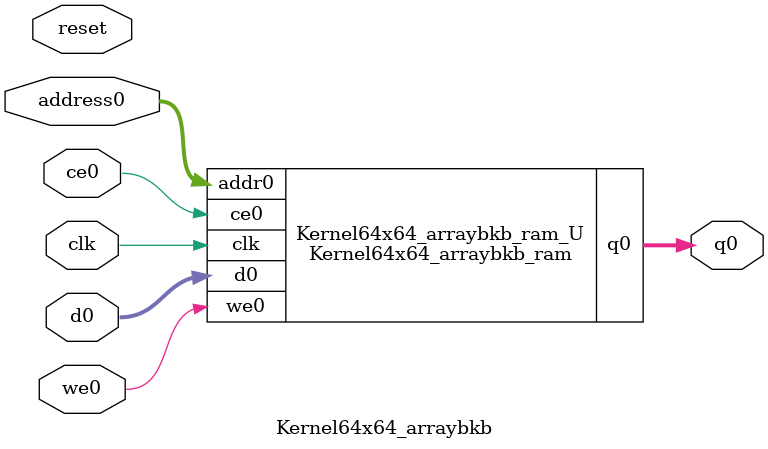
<source format=v>
`timescale 1 ns / 1 ps
module Kernel64x64_arraybkb_ram (addr0, ce0, d0, we0, q0,  clk);

parameter DWIDTH = 32;
parameter AWIDTH = 10;
parameter MEM_SIZE = 1024;

input[AWIDTH-1:0] addr0;
input ce0;
input[DWIDTH-1:0] d0;
input we0;
output reg[DWIDTH-1:0] q0;
input clk;

(* ram_style = "block" *)reg [DWIDTH-1:0] ram[0:MEM_SIZE-1];




always @(posedge clk)  
begin 
    if (ce0) begin
        if (we0) 
            ram[addr0] <= d0; 
        q0 <= ram[addr0];
    end
end


endmodule

`timescale 1 ns / 1 ps
module Kernel64x64_arraybkb(
    reset,
    clk,
    address0,
    ce0,
    we0,
    d0,
    q0);

parameter DataWidth = 32'd32;
parameter AddressRange = 32'd1024;
parameter AddressWidth = 32'd10;
input reset;
input clk;
input[AddressWidth - 1:0] address0;
input ce0;
input we0;
input[DataWidth - 1:0] d0;
output[DataWidth - 1:0] q0;



Kernel64x64_arraybkb_ram Kernel64x64_arraybkb_ram_U(
    .clk( clk ),
    .addr0( address0 ),
    .ce0( ce0 ),
    .we0( we0 ),
    .d0( d0 ),
    .q0( q0 ));

endmodule


</source>
